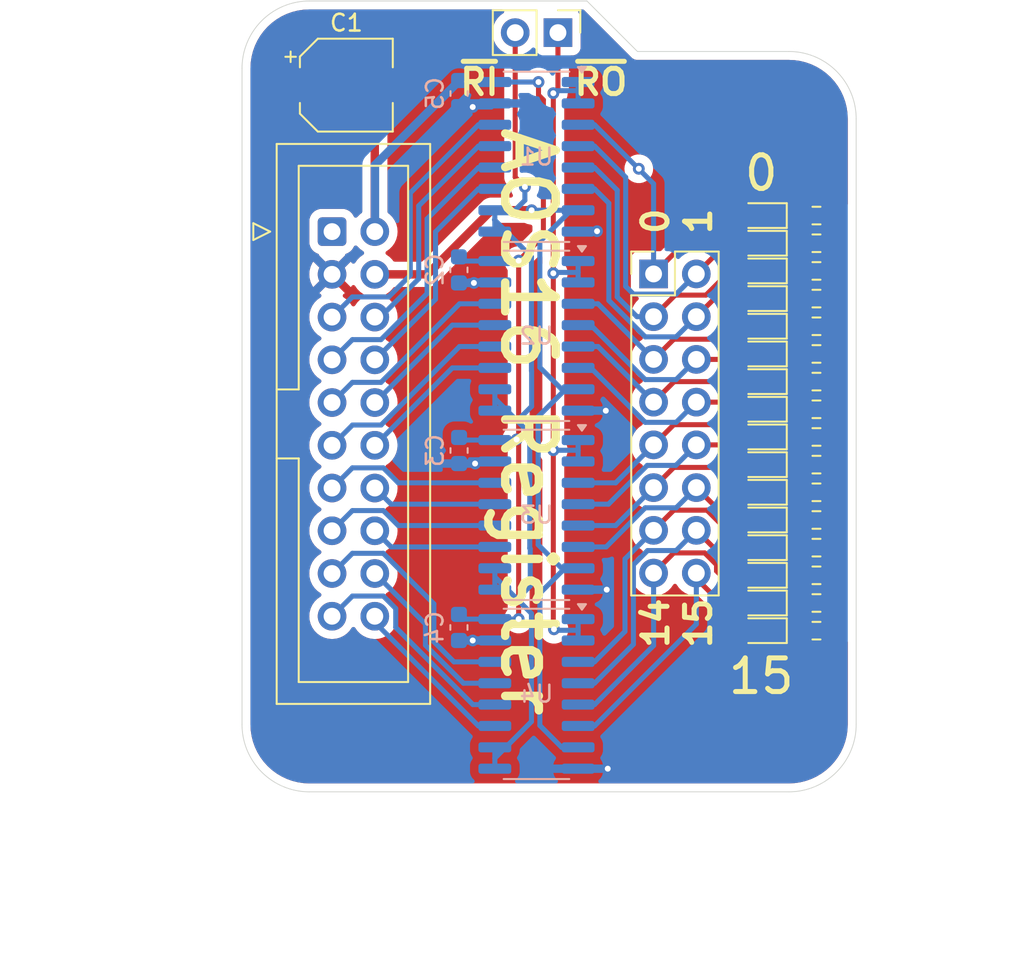
<source format=kicad_pcb>
(kicad_pcb (version 20240108) (generator "pcbnew") (generator_version "8.0")
  (layers (0 "F.Cu" signal) (31 "B.Cu" signal) (34 "B.Paste" user) (35 "F.Paste" user) (36 "B.SilkS" user "B.Silkscreen") (37 "F.SilkS" user "F.Silkscreen") (38 "B.Mask" user) (39 "F.Mask" user) (44 "Edge.Cuts" user))
  (net 0 "")
  (net 1 "GND")
  (net 2 "VCC")
  (net 3 "Net-(D1-K)")
  (net 4 "/DOUT0")
  (net 5 "/DOUT1")
  (net 6 "Net-(D2-K)")
  (net 7 "/DOUT2")
  (net 8 "Net-(D3-K)")
  (net 9 "/DOUT3")
  (net 10 "Net-(D4-K)")
  (net 11 "Net-(D5-K)")
  (net 12 "/DOUT4")
  (net 13 "Net-(D6-K)")
  (net 14 "/DOUT5")
  (net 15 "Net-(D7-K)")
  (net 16 "/DOUT6")
  (net 17 "Net-(D8-K)")
  (net 18 "/DOUT7")
  (net 19 "/DOUT8")
  (net 20 "Net-(D9-K)")
  (net 21 "Net-(D10-K)")
  (net 22 "/DOUT9")
  (net 23 "/DOUT10")
  (net 24 "Net-(D11-K)")
  (net 25 "/DOUT11")
  (net 26 "Net-(D12-K)")
  (net 27 "/DOUT12")
  (net 28 "Net-(D13-K)")
  (net 29 "Net-(D14-K)")
  (net 30 "/DOUT13")
  (net 31 "/DOUT14")
  (net 32 "Net-(D15-K)")
  (net 33 "Net-(D16-K)")
  (net 34 "/DOUT15")
  (net 35 "/bus_connector/3v3")
  (net 36 "/IO14")
  (net 37 "/IO9")
  (net 38 "/IO10")
  (net 39 "/IO2")
  (net 40 "/IO13")
  (net 41 "/CLK")
  (net 42 "/IO12")
  (net 43 "/IO8")
  (net 44 "/IO1")
  (net 45 "/IO7")
  (net 46 "/IO3")
  (net 47 "/IO4")
  (net 48 "/IO5")
  (net 49 "/IO6")
  (net 50 "/IO15")
  (net 51 "/IO11")
  (net 52 "/IO0")
  (net 53 "/~{OE}")
  (net 54 "/~{IE}")
  (footprint "LED_SMD:LED_0603_1608Metric" (layer "F.Cu") (at 83.39 99.62 180)
    (property "Reference" "D7" (hide yes))
    (property "Value" "LED" (hide yes))
  )
  (footprint "LED_SMD:LED_0603_1608Metric" (layer "F.Cu") (at 83.39 96.330668 180)
    (property "Reference" "D5" (hide yes))
    (property "Value" "LED" (hide yes))
  )
  (footprint "Resistor_SMD:R_0603_1608Metric" (layer "F.Cu") (at 86.64 107.84333)
    (property "Reference" "R12" (hide yes))
    (property "Value" "R_Small" (hide yes))
  )
  (footprint "Resistor_SMD:R_0603_1608Metric" (layer "F.Cu") (at 86.64 111.132662)
    (property "Reference" "R14" (hide yes))
    (property "Value" "R_Small" (hide yes))
  )
  (footprint "LED_SMD:LED_0603_1608Metric" (layer "F.Cu") (at 83.39 102.909332 180)
    (property "Reference" "D9" (hide yes))
    (property "Value" "LED" (hide yes))
  )
  (footprint "LED_SMD:LED_0603_1608Metric" (layer "F.Cu") (at 83.39 112.777328 180)
    (property "Reference" "D15" (hide yes))
    (property "Value" "LED" (hide yes))
  )
  (footprint "Connector_PinHeader_2.54mm:PinHeader_2x08_P2.54mm_Vertical" (layer "F.Cu") (at 76.96 93.22)
    (property "Reference" "J3" (hide yes))
    (property "Value" "Conn_02x08_Top_Bottom" (hide yes))
  )
  (footprint "Capacitor_SMD:CP_Elec_5x5.3" (layer "F.Cu") (at 58.7 82)
    (property "Reference" "C1")
    (property "Value" "100uF" (hide yes))
  )
  (footprint "LED_SMD:LED_0603_1608Metric" (layer "F.Cu") (at 83.39 89.752004 180)
    (property "Reference" "D1" (hide yes))
    (property "Value" "LED" (hide yes))
  )
  (footprint "Resistor_SMD:R_0603_1608Metric" (layer "F.Cu") (at 86.64 93.041336)
    (property "Reference" "R3" (hide yes))
    (property "Value" "R_Small" (hide yes))
  )
  (footprint "LED_SMD:LED_0603_1608Metric" (layer "F.Cu") (at 83.39 109.487996 180)
    (property "Reference" "D13" (hide yes))
    (property "Value" "LED" (hide yes))
  )
  (footprint "LED_SMD:LED_0603_1608Metric" (layer "F.Cu") (at 83.39 106.198664 180)
    (property "Reference" "D11" (hide yes))
    (property "Value" "LED" (hide yes))
  )
  (footprint "LED_SMD:LED_0603_1608Metric" (layer "F.Cu") (at 83.39 93.041336 180)
    (property "Reference" "D3" (hide yes))
    (property "Value" "LED" (hide yes))
  )
  (footprint "Resistor_SMD:R_0603_1608Metric" (layer "F.Cu") (at 86.64 101.264666)
    (property "Reference" "R8" (hide yes))
    (property "Value" "R_Small" (hide yes))
  )
  (footprint "LED_SMD:LED_0603_1608Metric" (layer "F.Cu") (at 83.39 94.686002 180)
    (property "Reference" "D4" (hide yes))
    (property "Value" "LED" (hide yes))
  )
  (footprint "Resistor_SMD:R_0603_1608Metric" (layer "F.Cu") (at 86.64 96.330668)
    (property "Reference" "R5" (hide yes))
    (property "Value" "R_Small" (hide yes))
  )
  (footprint "LED_SMD:LED_0603_1608Metric" (layer "F.Cu") (at 83.39 114.422004 180)
    (property "Reference" "D16" (hide yes))
    (property "Value" "LED" (hide yes))
  )
  (footprint "Resistor_SMD:R_0603_1608Metric" (layer "F.Cu") (at 86.64 109.487996)
    (property "Reference" "R13" (hide yes))
    (property "Value" "R_Small" (hide yes))
  )
  (footprint "Resistor_SMD:R_0603_1608Metric" (layer "F.Cu") (at 86.64 97.975334)
    (property "Reference" "R6" (hide yes))
    (property "Value" "R_Small" (hide yes))
  )
  (footprint "Resistor_SMD:R_0603_1608Metric" (layer "F.Cu") (at 86.64 112.777328)
    (property "Reference" "R15" (hide yes))
    (property "Value" "R_Small" (hide yes))
  )
  (footprint "LED_SMD:LED_0603_1608Metric" (layer "F.Cu") (at 83.39 101.264666 180)
    (property "Reference" "D8" (hide yes))
    (property "Value" "LED" (hide yes))
  )
  (footprint "Resistor_SMD:R_0603_1608Metric" (layer "F.Cu") (at 86.64 102.909332)
    (property "Reference" "R9" (hide yes))
    (property "Value" "R_Small" (hide yes))
  )
  (footprint "LED_SMD:LED_0603_1608Metric" (layer "F.Cu") (at 83.39 111.132662 180)
    (property "Reference" "D14" (hide yes))
    (property "Value" "LED" (hide yes))
  )
  (footprint "Resistor_SMD:R_0603_1608Metric" (layer "F.Cu") (at 86.64 91.39667)
    (property "Reference" "R2" (hide yes))
    (property "Value" "R_Small" (hide yes))
  )
  (footprint "Connector_IDC:IDC-Header_2x10_P2.54mm_Vertical" (layer "F.Cu") (at 57.85 90.705)
    (property "Reference" "J2" (hide yes))
    (property "Value" "Conn_02x10_Odd_Even" (hide yes))
  )
  (footprint "LED_SMD:LED_0603_1608Metric" (layer "F.Cu") (at 83.39 107.84333 180)
    (property "Reference" "D12" (hide yes))
    (property "Value" "LED" (hide yes))
  )
  (footprint "Resistor_SMD:R_0603_1608Metric" (layer "F.Cu") (at 86.64 94.686002)
    (property "Reference" "R4" (hide yes))
    (property "Value" "R_Small" (hide yes))
  )
  (footprint "Resistor_SMD:R_0603_1608Metric" (layer "F.Cu") (at 86.64 99.62)
    (property "Reference" "R7" (hide yes))
    (property "Value" "R_Small" (hide yes))
  )
  (footprint "LED_SMD:LED_0603_1608Metric" (layer "F.Cu") (at 83.39 104.553998 180)
    (property "Reference" "D10" (hide yes))
    (property "Value" "LED" (hide yes))
  )
  (footprint "Resistor_SMD:R_0603_1608Metric" (layer "F.Cu") (at 86.64 104.553998)
    (property "Reference" "R10" (hide yes))
    (property "Value" "R_Small" (hide yes))
  )
  (footprint "Resistor_SMD:R_0603_1608Metric" (layer "F.Cu") (at 86.64 89.752004)
    (property "Reference" "R1" (hide yes))
    (property "Value" "R_Small" (hide yes))
  )
  (footprint "Resistor_SMD:R_0603_1608Metric" (layer "F.Cu") (at 86.64 114.422004)
    (property "Reference" "R16" (hide yes))
    (property "Value" "R_Small" (hide yes))
  )
  (footprint "LED_SMD:LED_0603_1608Metric" (layer "F.Cu") (at 83.39 97.975334 180)
    (property "Reference" "D6" (hide yes))
    (property "Value" "LED" (hide yes))
  )
  (footprint "Resistor_SMD:R_0603_1608Metric" (layer "F.Cu") (at 86.64 106.198664)
    (property "Reference" "R11" (hide yes))
    (property "Value" "R_Small" (hide yes))
  )
  (footprint "LED_SMD:LED_0603_1608Metric" (layer "F.Cu") (at 83.39 91.39667 180)
    (property "Reference" "D2" (hide yes))
    (property "Value" "LED" (hide yes))
  )
  (footprint "Connector_PinHeader_2.54mm:PinHeader_1x02_P2.54mm_Vertical" (layer "F.Cu") (at 71.275 78.88 -90)
    (property "Reference" "J1" (hide yes))
    (property "Value" "Conn_01x02_Pin" (hide yes))
  )
  (footprint "Package_SO:SOIC-16_3.9x9.9mm_P1.27mm" (layer "B.Cu") (at 70 86.26 180)
    (property "Reference" "U1")
    (property "Value" "74HC173" (hide yes))
  )
  (footprint "Capacitor_SMD:C_0603_1608Metric" (layer "B.Cu") (at 65.4 82.5 -90)
    (property "Reference" "C5")
    (property "Value" "0.1uF" (hide yes))
  )
  (footprint "Capacitor_SMD:C_0603_1608Metric" (layer "B.Cu") (at 65.4 103.715 -90)
    (property "Reference" "C3")
    (property "Value" "0.1uF" (hide yes))
  )
  (footprint "Package_SO:SOIC-16_3.9x9.9mm_P1.27mm" (layer "B.Cu") (at 70 107.54 180)
    (property "Reference" "U3")
    (property "Value" "74HC173" (hide yes))
  )
  (footprint "Package_SO:SOIC-16_3.9x9.9mm_P1.27mm" (layer "B.Cu") (at 70 96.9 180)
    (property "Reference" "U2")
    (property "Value" "74HC173" (hide yes))
  )
  (footprint "Package_SO:SOIC-16_3.9x9.9mm_P1.27mm" (layer "B.Cu") (at 70 118.18 180)
    (property "Reference" "U4")
    (property "Value" "74HC173" (hide yes))
  )
  (footprint "Capacitor_SMD:C_0603_1608Metric" (layer "B.Cu") (at 65.39 92.98 -90)
    (property "Reference" "C2")
    (property "Value" "0.1uF" (hide yes))
  )
  (footprint "Capacitor_SMD:C_0603_1608Metric" (layer "B.Cu") (at 65.39 114.23 -90)
    (property "Reference" "C4")
    (property "Value" "0.1uF" (hide yes))
  )
  (gr_line (start 89 84) (end 89 120) (stroke (width 0.05)) (layer "Edge.Cuts"))
  (gr_line (start 52.5 120) (end 52.5 81) (stroke (width 0.05)) (layer "Edge.Cuts"))
  (gr_arc (start 89 120) (mid 87.828427 122.828427) (end 85 124) (stroke (width 0.05)) (layer "Edge.Cuts"))
  (gr_arc (start 56.5 124) (mid 53.671573 122.828427) (end 52.5 120) (stroke (width 0.05)) (layer "Edge.Cuts"))
  (gr_line (start 85 124) (end 56.5 124) (stroke (width 0.05)) (layer "Edge.Cuts"))
  (gr_line (start 76 80) (end 85 80) (stroke (width 0.05)) (layer "Edge.Cuts"))
  (gr_line (start 73 77) (end 76 80) (stroke (width 0.05)) (layer "Edge.Cuts"))
  (gr_arc (start 52.5 81) (mid 53.671573 78.171573) (end 56.5 77) (stroke (width 0.05)) (layer "Edge.Cuts"))
  (gr_line (start 56.5 77) (end 73 77) (stroke (width 0.05)) (layer "Edge.Cuts"))
  (gr_arc (start 85 80) (mid 87.828427 81.171573) (end 89 84) (stroke (width 0.05)) (layer "Edge.Cuts"))
  (gr_text "AOS16 Register" (at 67.7475 84.256428 -90) (layer "F.SilkS") (effects (font (size 3 3) (thickness 0.5) (bold yes)) (justify left bottom)))
  (gr_text "14" (at 77.956 115.6 90) (layer "F.SilkS") (effects (font (size 1.5 1.5) (thickness 0.3) (bold yes)) (justify left bottom)))
  (gr_text "0" (at 77.956 91 90) (layer "F.SilkS") (effects (font (size 1.5 1.5) (thickness 0.3) (bold yes)) (justify left bottom)))
  (gr_text "~{RO}" (at 72.1 82.7 0) (layer "F.SilkS") (effects (font (size 1.5 1.5) (thickness 0.3) (bold yes)) (justify left bottom)))
  (gr_text "15\n" (at 80.496 115.6 90) (layer "F.SilkS") (effects (font (size 1.5 1.5) (thickness 0.3) (bold yes)) (justify left bottom)))
  (gr_text "0" (at 82.207619 88.4 0) (layer "F.SilkS") (effects (font (size 2 2) (thickness 0.3)) (justify left bottom)))
  (gr_text "1" (at 80.496 91 90) (layer "F.SilkS") (effects (font (size 1.5 1.5) (thickness 0.3) (bold yes)) (justify left bottom)))
  (gr_text "15" (at 81.255238 118.3 0) (layer "F.SilkS") (effects (font (size 2 2) (thickness 0.3)) (justify left bottom)))
  (gr_text "~{RI}" (at 65.3 82.7 0) (layer "F.SilkS") (effects (font (size 1.5 1.5) (thickness 0.3) (bold yes)) (justify left bottom)))
  (via (at 66.21 83.3) (size 0.7) (drill 0.35) (layers "F.Cu" "B.Cu") (net 1))
  (via (at 66.28 93.755) (size 0.7) (drill 0.35) (layers "F.Cu" "B.Cu") (net 1))
  (via (at 74.175 111.985) (size 0.7) (drill 0.35) (layers "F.Cu" "B.Cu") (net 1))
  (via (at 74.12 101.35) (size 0.7) (drill 0.35) (layers "F.Cu" "B.Cu") (net 1))
  (via (at 73.6 90.68) (size 0.7) (drill 0.35) (layers "F.Cu" "B.Cu") (net 1))
  (via (at 66.35 104.49) (size 0.7) (drill 0.35) (layers "F.Cu" "B.Cu") (net 1))
  (via (at 66.21 115.005) (size 0.7) (drill 0.35) (layers "F.Cu" "B.Cu") (net 1))
  (via (at 74.235 122.625) (size 0.7) (drill 0.35) (layers "F.Cu" "B.Cu") (net 1))
  (segment (start 65.39 93.755) (end 66.28 93.755) (width 0.3) (layer "B.Cu") (net 1))
  (segment (start 74.235 122.625) (end 74.24 122.63) (width 0.3) (layer "B.Cu") (net 1))
  (segment (start 67.4 104.49) (end 67.525 104.365) (width 0.3) (layer "B.Cu") (net 1))
  (segment (start 67.495 93.755) (end 67.525 93.725) (width 0.3) (layer "B.Cu") (net 1))
  (segment (start 65.4 104.49) (end 66.35 104.49) (width 0.3) (layer "B.Cu") (net 1))
  (segment (start 65.4 83.3) (end 66.21 83.3) (width 0.3) (layer "B.Cu") (net 1))
  (segment (start 67.31 83.3) (end 67.525 83.085) (width 0.3) (layer "B.Cu") (net 1))
  (segment (start 74.115 101.345) (end 74.12 101.35) (width 0.3) (layer "B.Cu") (net 1))
  (segment (start 73.6 90.68) (end 73.575 90.705) (width 0.3) (layer "B.Cu") (net 1))
  (segment (start 74.175 111.985) (end 74.19 111.97) (width 0.3) (layer "B.Cu") (net 1))
  (segment (start 73.575 90.705) (end 72.475 90.705) (width 0.3) (layer "B.Cu") (net 1))
  (segment (start 72.475 111.985) (end 74.175 111.985) (width 0.3) (layer "B.Cu") (net 1))
  (segment (start 66.21 115.005) (end 67.525 115.005) (width 0.3) (layer "B.Cu") (net 1))
  (segment (start 65.39 115.005) (end 66.21 115.005) (width 0.3) (layer "B.Cu") (net 1))
  (segment (start 66.21 83.3) (end 67.31 83.3) (width 0.3) (layer "B.Cu") (net 1))
  (segment (start 72.475 122.625) (end 74.235 122.625) (width 0.3) (layer "B.Cu") (net 1))
  (segment (start 66.28 93.755) (end 67.495 93.755) (width 0.3) (layer "B.Cu") (net 1))
  (segment (start 66.35 104.49) (end 67.4 104.49) (width 0.3) (layer "B.Cu") (net 1))
  (segment (start 72.475 101.345) (end 74.115 101.345) (width 0.3) (layer "B.Cu") (net 1))
  (segment (start 68.940025 92.429975) (end 68.940025 113.729975) (width 0.3) (layer "F.Cu") (net 2))
  (segment (start 70.12 81.815) (end 70.12 82.58995) (width 0.3) (layer "F.Cu") (net 2))
  (segment (start 60.39 82.51) (end 60.9 82) (width 0.5) (layer "F.Cu") (net 2))
  (segment (start 70.41 82.87995) (end 70.41 90.96) (width 0.3) (layer "F.Cu") (net 2))
  (segment (start 70.12 82.58995) (end 70.41 82.87995) (width 0.3) (layer "F.Cu") (net 2))
  (segment (start 70.41 90.96) (end 68.940025 92.429975) (width 0.3) (layer "F.Cu") (net 2))
  (segment (start 60.39 90.705) (end 60.39 82.51) (width 0.5) (layer "F.Cu") (net 2))
  (segment (start 68.940025 113.729975) (end 68.94 113.73) (width 0.3) (layer "F.Cu") (net 2))
  (via (at 68.94 113.73) (size 0.7) (drill 0.35) (layers "F.Cu" "B.Cu") (net 2))
  (via (at 68.82 103.06) (size 0.7) (drill 0.35) (layers "F.Cu" "B.Cu") (net 2))
  (via (at 68.940025 92.429975) (size 0.7) (drill 0.35) (layers "F.Cu" "B.Cu") (net 2))
  (via (at 70.12 81.815) (size 0.7) (drill 0.35) (layers "F.Cu" "B.Cu") (net 2))
  (segment (start 65.555 103.095) (end 65.4 102.94) (width 0.3) (layer "B.Cu") (net 2))
  (segment (start 70.12 81.815) (end 67.525 81.815) (width 0.3) (layer "B.Cu") (net 2))
  (segment (start 60.4 90.705) (end 60.4 86.75) (width 0.5) (layer "B.Cu") (net 2))
  (segment (start 68.915 92.455) (end 67.525 92.455) (width 0.3) (layer "B.Cu") (net 2))
  (segment (start 67.525 113.735) (end 68.935 113.735) (width 0.3) (layer "B.Cu") (net 2))
  (segment (start 68.785 103.095) (end 68.82 103.06) (width 0.3) (layer "B.Cu") (net 2))
  (segment (start 65.67 113.735) (end 65.39 113.455) (width 0.3) (layer "B.Cu") (net 2))
  (segment (start 67.525 103.095) (end 65.555 103.095) (width 0.3) (layer "B.Cu") (net 2))
  (segment (start 65.64 92.455) (end 65.39 92.205) (width 0.3) (layer "B.Cu") (net 2))
  (segment (start 67.525 81.815) (end 65.465 81.815) (width 0.3) (layer "B.Cu") (net 2))
  (segment (start 68.940025 92.429975) (end 68.915 92.455) (width 0.3) (layer "B.Cu") (net 2))
  (segment (start 65.465 81.815) (end 65.4 81.75) (width 0.3) (layer "B.Cu") (net 2))
  (segment (start 60.4 86.75) (end 65.4 81.75) (width 0.5) (layer "B.Cu") (net 2))
  (segment (start 67.525 113.735) (end 65.67 113.735) (width 0.3) (layer "B.Cu") (net 2))
  (segment (start 67.525 103.095) (end 68.785 103.095) (width 0.3) (layer "B.Cu") (net 2))
  (segment (start 68.935 113.735) (end 68.94 113.73) (width 0.3) (layer "B.Cu") (net 2))
  (segment (start 67.525 92.455) (end 65.64 92.455) (width 0.3) (layer "B.Cu") (net 2))
  (segment (start 84.1775 89.752004) (end 85.815 89.752004) (width 0.3) (layer "F.Cu") (net 3))
  (segment (start 76.96 93.22) (end 80.427996 89.752004) (width 0.3) (layer "F.Cu") (net 4))
  (segment (start 80.427996 89.752004) (end 82.6025 89.752004) (width 0.3) (layer "F.Cu") (net 4))
  (via (at 76.08 86.97) (size 0.7) (drill 0.35) (layers "F.Cu" "B.Cu") (net 4))
  (segment (start 72.475 84.355) (end 73.449999 84.355) (width 0.3) (layer "B.Cu") (net 4))
  (segment (start 76.08 86.985001) (end 76.96 87.865001) (width 0.3) (layer "B.Cu") (net 4))
  (segment (start 76.08 86.97) (end 76.08 86.985001) (width 0.3) (layer "B.Cu") (net 4))
  (segment (start 73.449999 84.355) (end 76.064999 86.97) (width 0.3) (layer "B.Cu") (net 4))
  (segment (start 76.064999 86.97) (end 76.08 86.97) (width 0.3) (layer "B.Cu") (net 4))
  (segment (start 76.96 87.865001) (end 76.96 93.22) (width 0.3) (layer "B.Cu") (net 4))
  (segment (start 79.5 93.22) (end 81.32333 91.39667) (width 0.3) (layer "F.Cu") (net 5))
  (segment (start 81.32333 91.39667) (end 82.6025 91.39667) (width 0.3) (layer "F.Cu") (net 5))
  (segment (start 75.3 87.475001) (end 75.3 93.96) (width 0.3) (layer "B.Cu") (net 5))
  (segment (start 75.3 93.96) (end 75.76 94.42) (width 0.3) (layer "B.Cu") (net 5))
  (segment (start 75.76 94.42) (end 78.3 94.42) (width 0.3) (layer "B.Cu") (net 5))
  (segment (start 72.475 85.625) (end 73.449999 85.625) (width 0.3) (layer "B.Cu") (net 5))
  (segment (start 73.449999 85.625) (end 75.3 87.475001) (width 0.3) (layer "B.Cu") (net 5))
  (segment (start 78.3 94.42) (end 79.5 93.22) (width 0.3) (layer "B.Cu") (net 5))
  (segment (start 84.1775 91.39667) (end 85.815 91.39667) (width 0.3) (layer "F.Cu") (net 6))
  (segment (start 78.241105 94.478895) (end 80.073998 94.478895) (width 0.3) (layer "F.Cu") (net 7))
  (segment (start 76.96 95.76) (end 78.241105 94.478895) (width 0.3) (layer "F.Cu") (net 7))
  (segment (start 80.073998 94.478895) (end 81.511557 93.041336) (width 0.3) (layer "F.Cu") (net 7))
  (segment (start 81.511557 93.041336) (end 82.6025 93.041336) (width 0.3) (layer "F.Cu") (net 7))
  (segment (start 72.475 86.895) (end 73.449999 86.895) (width 0.3) (layer "B.Cu") (net 7))
  (segment (start 74.8 88.245001) (end 74.8 94.589951) (width 0.3) (layer "B.Cu") (net 7))
  (segment (start 75.970049 95.76) (end 76.96 95.76) (width 0.3) (layer "B.Cu") (net 7))
  (segment (start 73.449999 86.895) (end 74.8 88.245001) (width 0.3) (layer "B.Cu") (net 7))
  (segment (start 74.8 94.589951) (end 75.970049 95.76) (width 0.3) (layer "B.Cu") (net 7))
  (segment (start 84.1775 93.041336) (end 85.815 93.041336) (width 0.3) (layer "F.Cu") (net 8))
  (segment (start 79.5 95.76) (end 80.573998 94.686002) (width 0.3) (layer "F.Cu") (net 9))
  (segment (start 80.573998 94.686002) (end 82.6025 94.686002) (width 0.3) (layer "F.Cu") (net 9))
  (segment (start 73.449999 88.165) (end 74.3 89.015001) (width 0.3) (layer "B.Cu") (net 9))
  (segment (start 72.475 88.165) (end 73.449999 88.165) (width 0.3) (layer "B.Cu") (net 9))
  (segment (start 78.3 96.96) (end 79.5 95.76) (width 0.3) (layer "B.Cu") (net 9))
  (segment (start 74.3 94.797057) (end 76.462943 96.96) (width 0.3) (layer "B.Cu") (net 9))
  (segment (start 76.462943 96.96) (end 78.3 96.96) (width 0.3) (layer "B.Cu") (net 9))
  (segment (start 74.3 89.015001) (end 74.3 94.797057) (width 0.3) (layer "B.Cu") (net 9))
  (segment (start 84.1775 94.686002) (end 85.815 94.686002) (width 0.3) (layer "F.Cu") (net 10))
  (segment (start 84.1775 96.330668) (end 85.815 96.330668) (width 0.3) (layer "F.Cu") (net 11))
  (segment (start 76.96 98.3) (end 78.16 97.1) (width 0.3) (layer "F.Cu") (net 12))
  (segment (start 78.16 97.1) (end 81.833168 97.1) (width 0.3) (layer "F.Cu") (net 12))
  (segment (start 81.833168 97.1) (end 82.6025 96.330668) (width 0.3) (layer "F.Cu") (net 12))
  (segment (start 73.655 94.995) (end 76.96 98.3) (width 0.3) (layer "B.Cu") (net 12))
  (segment (start 72.475 94.995) (end 73.655 94.995) (width 0.3) (layer "B.Cu") (net 12))
  (segment (start 84.1775 97.975334) (end 85.815 97.975334) (width 0.3) (layer "F.Cu") (net 13))
  (segment (start 82.277834 98.3) (end 82.6025 97.975334) (width 0.3) (layer "F.Cu") (net 14))
  (segment (start 79.5 98.3) (end 82.277834 98.3) (width 0.3) (layer "F.Cu") (net 14))
  (segment (start 72.475 96.265) (end 73.227943 96.265) (width 0.3) (layer "B.Cu") (net 14))
  (segment (start 78.3 99.5) (end 79.5 98.3) (width 0.3) (layer "B.Cu") (net 14))
  (segment (start 73.227943 96.265) (end 76.462943 99.5) (width 0.3) (layer "B.Cu") (net 14))
  (segment (start 76.462943 99.5) (end 78.3 99.5) (width 0.3) (layer "B.Cu") (net 14))
  (segment (start 84.1775 99.62) (end 85.815 99.62) (width 0.3) (layer "F.Cu") (net 15))
  (segment (start 78.18 99.62) (end 82.6025 99.62) (width 0.3) (layer "F.Cu") (net 16))
  (segment (start 76.96 100.84) (end 78.18 99.62) (width 0.3) (layer "F.Cu") (net 16))
  (segment (start 72.475 97.535) (end 73.655 97.535) (width 0.3) (layer "B.Cu") (net 16))
  (segment (start 73.655 97.535) (end 76.96 100.84) (width 0.3) (layer "B.Cu") (net 16))
  (segment (start 84.1775 101.264666) (end 85.815 101.264666) (width 0.3) (layer "F.Cu") (net 17))
  (segment (start 82.177834 100.84) (end 82.6025 101.264666) (width 0.3) (layer "F.Cu") (net 18))
  (segment (start 79.5 100.84) (end 82.177834 100.84) (width 0.3) (layer "F.Cu") (net 18))
  (segment (start 73.227943 98.805) (end 76.462943 102.04) (width 0.3) (layer "B.Cu") (net 18))
  (segment (start 72.475 98.805) (end 73.227943 98.805) (width 0.3) (layer "B.Cu") (net 18))
  (segment (start 76.462943 102.04) (end 78.3 102.04) (width 0.3) (layer "B.Cu") (net 18))
  (segment (start 78.3 102.04) (end 79.5 100.84) (width 0.3) (layer "B.Cu") (net 18))
  (segment (start 81.873168 102.18) (end 82.6025 102.909332) (width 0.3) (layer "F.Cu") (net 19))
  (segment (start 76.96 103.38) (end 78.16 102.18) (width 0.3) (layer "F.Cu") (net 19))
  (segment (start 78.16 102.18) (end 81.873168 102.18) (width 0.3) (layer "F.Cu") (net 19))
  (segment (start 72.475 105.635) (end 74.705 105.635) (width 0.3) (layer "B.Cu") (net 19))
  (segment (start 74.705 105.635) (end 76.96 103.38) (width 0.3) (layer "B.Cu") (net 19))
  (segment (start 84.1775 102.909332) (end 85.815 102.909332) (width 0.3) (layer "F.Cu") (net 20))
  (segment (start 84.1775 104.553998) (end 85.815 104.553998) (width 0.3) (layer "F.Cu") (net 21))
  (segment (start 81.428502 103.38) (end 82.6025 104.553998) (width 0.3) (layer "F.Cu") (net 22))
  (segment (start 79.5 103.38) (end 81.428502 103.38) (width 0.3) (layer "F.Cu") (net 22))
  (segment (start 78.28 104.6) (end 79.5 103.38) (width 0.3) (layer "B.Cu") (net 22))
  (segment (start 74.277943 106.905) (end 76.582943 104.6) (width 0.3) (layer "B.Cu") (net 22))
  (segment (start 72.475 106.905) (end 74.277943 106.905) (width 0.3) (layer "B.Cu") (net 22))
  (segment (start 76.582943 104.6) (end 78.28 104.6) (width 0.3) (layer "B.Cu") (net 22))
  (segment (start 78.16 104.72) (end 81.123836 104.72) (width 0.3) (layer "F.Cu") (net 23))
  (segment (start 81.123836 104.72) (end 82.6025 106.198664) (width 0.3) (layer "F.Cu") (net 23))
  (segment (start 76.96 105.92) (end 78.16 104.72) (width 0.3) (layer "F.Cu") (net 23))
  (segment (start 74.700837 108.175) (end 76.955837 105.92) (width 0.3) (layer "B.Cu") (net 23))
  (segment (start 76.955837 105.92) (end 76.96 105.92) (width 0.3) (layer "B.Cu") (net 23))
  (segment (start 72.475 108.175) (end 74.700837 108.175) (width 0.3) (layer "B.Cu") (net 23))
  (segment (start 84.1775 106.198664) (end 85.815 106.198664) (width 0.3) (layer "F.Cu") (net 24))
  (segment (start 79.5 105.92) (end 81.42333 107.84333) (width 0.3) (layer "F.Cu") (net 25))
  (segment (start 81.42333 107.84333) (end 82.6025 107.84333) (width 0.3) (layer "F.Cu") (net 25))
  (segment (start 74.137943 109.445) (end 76.462943 107.12) (width 0.3) (layer "B.Cu") (net 25))
  (segment (start 72.475 109.445) (end 74.137943 109.445) (width 0.3) (layer "B.Cu") (net 25))
  (segment (start 76.462943 107.12) (end 78.3 107.12) (width 0.3) (layer "B.Cu") (net 25))
  (segment (start 78.3 107.12) (end 79.5 105.92) (width 0.3) (layer "B.Cu") (net 25))
  (segment (start 84.1775 107.84333) (end 85.815 107.84333) (width 0.3) (layer "F.Cu") (net 26))
  (segment (start 82.360889 109.487996) (end 82.6025 109.487996) (width 0.3) (layer "F.Cu") (net 27))
  (segment (start 78.16 107.26) (end 80.132893 107.26) (width 0.3) (layer "F.Cu") (net 27))
  (segment (start 76.96 108.46) (end 78.16 107.26) (width 0.3) (layer "F.Cu") (net 27))
  (segment (start 80.132893 107.26) (end 82.360889 109.487996) (width 0.3) (layer "F.Cu") (net 27))
  (segment (start 75.26 114.464999) (end 75.26 110.16) (width 0.3) (layer "B.Cu") (net 27))
  (segment (start 72.475 116.275) (end 73.449999 116.275) (width 0.3) (layer "B.Cu") (net 27))
  (segment (start 75.26 110.16) (end 76.96 108.46) (width 0.3) (layer "B.Cu") (net 27))
  (segment (start 73.449999 116.275) (end 75.26 114.464999) (width 0.3) (layer "B.Cu") (net 27))
  (segment (start 85.815 109.487996) (end 84.1775 109.487996) (width 0.3) (layer "F.Cu") (net 28))
  (segment (start 84.1775 111.132662) (end 85.815 111.132662) (width 0.3) (layer "F.Cu") (net 29))
  (segment (start 79.5 108.46) (end 82.172662 111.132662) (width 0.3) (layer "F.Cu") (net 30))
  (segment (start 82.172662 111.132662) (end 82.6025 111.132662) (width 0.3) (layer "F.Cu") (net 30))
  (segment (start 72.475 117.545) (end 73.449999 117.545) (width 0.3) (layer "B.Cu") (net 30))
  (segment (start 75.76 110.502943) (end 76.602943 109.66) (width 0.3) (layer "B.Cu") (net 30))
  (segment (start 76.602943 109.66) (end 78.3 109.66) (width 0.3) (layer "B.Cu") (net 30))
  (segment (start 73.449999 117.545) (end 75.76 115.234999) (width 0.3) (layer "B.Cu") (net 30))
  (segment (start 75.76 115.234999) (end 75.76 110.502943) (width 0.3) (layer "B.Cu") (net 30))
  (segment (start 78.3 109.66) (end 79.5 108.46) (width 0.3) (layer "B.Cu") (net 30))
  (segment (start 78.16 109.8) (end 79.997057 109.8) (width 0.3) (layer "F.Cu") (net 31))
  (segment (start 76.96 111) (end 78.16 109.8) (width 0.3) (layer "F.Cu") (net 31))
  (segment (start 80.7 110.874828) (end 82.6025 112.777328) (width 0.3) (layer "F.Cu") (net 31))
  (segment (start 80.7 110.502943) (end 80.7 110.874828) (width 0.3) (layer "F.Cu") (net 31))
  (segment (start 79.997057 109.8) (end 80.7 110.502943) (width 0.3) (layer "F.Cu") (net 31))
  (segment (start 76.96 115.304999) (end 76.96 111) (width 0.3) (layer "B.Cu") (net 31))
  (segment (start 73.449999 118.815) (end 76.96 115.304999) (width 0.3) (layer "B.Cu") (net 31))
  (segment (start 72.475 118.815) (end 73.449999 118.815) (width 0.3) (layer "B.Cu") (net 31))
  (segment (start 84.1775 112.777328) (end 85.815 112.777328) (width 0.3) (layer "F.Cu") (net 32))
  (segment (start 84.1775 114.422004) (end 85.815 114.422004) (width 0.3) (layer "F.Cu") (net 33))
  (segment (start 82.602004 114.422004) (end 82.6025 114.422004) (width 0.3) (layer "F.Cu") (net 34))
  (segment (start 79.5 111.32) (end 82.602004 114.422004) (width 0.3) (layer "F.Cu") (net 34))
  (segment (start 79.5 111) (end 79.5 111.32) (width 0.3) (layer "F.Cu") (net 34))
  (segment (start 73.449999 120.085) (end 79.5 114.034999) (width 0.3) (layer "B.Cu") (net 34))
  (segment (start 72.475 120.085) (end 73.449999 120.085) (width 0.3) (layer "B.Cu") (net 34))
  (segment (start 79.5 114.034999) (end 79.5 111) (width 0.3) (layer "B.Cu") (net 34))
  (segment (start 60.897057 112.365) (end 59.06 112.365) (width 0.3) (layer "B.Cu") (net 36))
  (segment (start 59.06 112.365) (end 57.86 113.565) (width 0.3) (layer "B.Cu") (net 36))
  (segment (start 61.633947 114.227567) (end 61.633947 113.10189) (width 0.3) (layer "B.Cu") (net 36))
  (segment (start 61.633947 113.10189) (end 60.897057 112.365) (width 0.3) (layer "B.Cu") (net 36))
  (segment (start 66.22138 118.815) (end 61.633947 114.227567) (width 0.3) (layer "B.Cu") (net 36))
  (segment (start 67.525 118.815) (end 66.22138 118.815) (width 0.3) (layer "B.Cu") (net 36))
  (segment (start 61.36 106.905) (end 60.4 105.945) (width 0.3) (layer "B.Cu") (net 37))
  (segment (start 67.525 106.905) (end 61.36 106.905) (width 0.3) (layer "B.Cu") (net 37))
  (segment (start 61.787057 108.175) (end 60.897057 107.285) (width 0.3) (layer "B.Cu") (net 38))
  (segment (start 60.897057 107.285) (end 59.06 107.285) (width 0.3) (layer "B.Cu") (net 38))
  (segment (start 67.525 108.175) (end 61.787057 108.175) (width 0.3) (layer "B.Cu") (net 38))
  (segment (start 59.06 107.285) (end 57.86 108.485) (width 0.3) (layer "B.Cu") (net 38))
  (segment (start 63.5 94.382057) (end 60.757057 97.125) (width 0.3) (layer "B.Cu") (net 39))
  (segment (start 66.550001 86.895) (end 63.5 89.945001) (width 0.3) (layer "B.Cu") (net 39))
  (segment (start 67.525 86.895) (end 66.550001 86.895) (width 0.3) (layer "B.Cu") (net 39))
  (segment (start 59.06 97.125) (end 57.86 98.325) (width 0.3) (layer "B.Cu") (net 39))
  (segment (start 60.757057 97.125) (end 59.06 97.125) (width 0.3) (layer "B.Cu") (net 39))
  (segment (start 63.5 89.945001) (end 63.5 94.382057) (width 0.3) (layer "B.Cu") (net 39))
  (segment (start 65.658486 117.545) (end 63.4 115.286514) (width 0.3) (layer "B.Cu") (net 40))
  (segment (start 63.4 115.286514) (end 63.4 114.025) (width 0.3) (layer "B.Cu") (net 40))
  (segment (start 67.525 117.545) (end 65.658486 117.545) (width 0.3) (layer "B.Cu") (net 40))
  (segment (start 63.4 114.025) (end 60.4 111.025) (width 0.3) (layer "B.Cu") (net 40))
  (segment (start 69.71 89.435) (end 67.325 89.435) (width 0.5) (layer "F.Cu") (net 41))
  (segment (start 63.515 93.245) (end 60.39 93.245) (width 0.5) (layer "F.Cu") (net 41))
  (segment (start 67.325 89.435) (end 63.515 93.245) (width 0.5) (layer "F.Cu") (net 41))
  (via (at 69.71 89.435) (size 0.7) (drill 0.35) (layers "F.Cu" "B.Cu") (net 41))
  (segment (start 72.475 121.355) (end 71.500001 121.355) (width 0.3) (layer "B.Cu") (net 41))
  (segment (start 72.475 110.715) (end 71.500001 110.715) (width 0.3) (layer "B.Cu") (net 41))
  (segment (start 70.2 91.293738) (end 72.058738 89.435) (width 0.3) (layer "B.Cu") (net 41))
  (segment (start 71.500001 121.355) (end 70.2 120.054999) (width 0.3) (layer "B.Cu") (net 41))
  (segment (start 70.2 120.054999) (end 70.2 112.2) (width 0.3) (layer "B.Cu") (net 41))
  (segment (start 71.500001 100.075) (end 70.2 98.774999) (width 0.3) (layer "B.Cu") (net 41))
  (segment (start 70.2 112.2) (end 71.685 110.715) (width 0.3) (layer "B.Cu") (net 41))
  (segment (start 71.725 100.075) (end 72.475 100.075) (width 0.3) (layer "B.Cu") (net 41))
  (segment (start 71.685 110.715) (end 72.475 110.715) (width 0.3) (layer "B.Cu") (net 41))
  (segment (start 69.71 89.435) (end 72.475 89.435) (width 0.3) (layer "B.Cu") (net 41))
  (segment (start 72.475 100.075) (end 71.500001 100.075) (width 0.3) (layer "B.Cu") (net 41))
  (segment (start 71.500001 110.715) (end 70.1 109.314999) (width 0.3) (layer "B.Cu") (net 41))
  (segment (start 70.1 101.7) (end 71.725 100.075) (width 0.3) (layer "B.Cu") (net 41))
  (segment (start 72.058738 89.435) (end 72.475 89.435) (width 0.3) (layer "B.Cu") (net 41))
  (segment (start 70.2 98.774999) (end 70.2 91.293738) (width 0.3) (layer "B.Cu") (net 41))
  (segment (start 70.1 109.314999) (end 70.1 101.7) (width 0.3) (layer "B.Cu") (net 41))
  (segment (start 59.06 109.825) (end 57.86 111.025) (width 0.3) (layer "B.Cu") (net 42))
  (segment (start 65.095592 116.275) (end 63.9 115.079408) (width 0.3) (layer "B.Cu") (net 42))
  (segment (start 63.9 112.827943) (end 60.897057 109.825) (width 0.3) (layer "B.Cu") (net 42))
  (segment (start 67.525 116.275) (end 65.095592 116.275) (width 0.3) (layer "B.Cu") (net 42))
  (segment (start 60.897057 109.825) (end 59.06 109.825) (width 0.3) (layer "B.Cu") (net 42))
  (segment (start 63.9 115.079408) (end 63.9 112.827943) (width 0.3) (layer "B.Cu") (net 42))
  (segment (start 67.525 105.635) (end 61.787057 105.635) (width 0.3) (layer "B.Cu") (net 43))
  (segment (start 59.06 104.745) (end 57.86 105.945) (width 0.3) (layer "B.Cu") (net 43))
  (segment (start 61.787057 105.635) (end 60.897057 104.745) (width 0.3) (layer "B.Cu") (net 43))
  (segment (start 60.897057 104.745) (end 59.06 104.745) (width 0.3) (layer "B.Cu") (net 43))
  (segment (start 63 93.507107) (end 60.722107 95.785) (width 0.3) (layer "B.Cu") (net 44))
  (segment (start 67.525 85.625) (end 66.550001 85.625) (width 0.3) (layer "B.Cu") (net 44))
  (segment (start 60.722107 95.785) (end 60.4 95.785) (width 0.3) (layer "B.Cu") (net 44))
  (segment (start 63 89.175001) (end 63 93.507107) (width 0.3) (layer "B.Cu") (net 44))
  (segment (start 66.550001 85.625) (end 63 89.175001) (width 0.3) (layer "B.Cu") (net 44))
  (segment (start 67.525 98.805) (end 65 98.805) (width 0.3) (layer "B.Cu") (net 45))
  (segment (start 65 98.805) (end 60.4 103.405) (width 0.3) (layer "B.Cu") (net 45))
  (segment (start 67.525 88.165) (end 66.550001 88.165) (width 0.3) (layer "B.Cu") (net 46))
  (segment (start 64 94.725) (end 60.4 98.325) (width 0.3) (layer "B.Cu") (net 46))
  (segment (start 66.550001 88.165) (end 64 90.715001) (width 0.3) (layer "B.Cu") (net 46))
  (segment (start 64 90.715001) (end 64 94.725) (width 0.3) (layer "B.Cu") (net 46))
  (segment (start 67.525 94.995) (end 65.427057 94.995) (width 0.3) (layer "B.Cu") (net 47))
  (segment (start 60.757057 99.665) (end 59.06 99.665) (width 0.3) (layer "B.Cu") (net 47))
  (segment (start 65.427057 94.995) (end 60.757057 99.665) (width 0.3) (layer "B.Cu") (net 47))
  (segment (start 59.06 99.665) (end 57.86 100.865) (width 0.3) (layer "B.Cu") (net 47))
  (segment (start 67.525 96.265) (end 65 96.265) (width 0.3) (layer "B.Cu") (net 48))
  (segment (start 65 96.265) (end 60.4 100.865) (width 0.3) (layer "B.Cu") (net 48))
  (segment (start 60.762057 102.2) (end 59.065 102.2) (width 0.3) (layer "B.Cu") (net 49))
  (segment (start 67.525 97.535) (end 65.427057 97.535) (width 0.3) (layer "B.Cu") (net 49))
  (segment (start 59.065 102.2) (end 57.86 103.405) (width 0.3) (layer "B.Cu") (net 49))
  (segment (start 65.427057 97.535) (end 60.762057 102.2) (width 0.3) (layer "B.Cu") (net 49))
  (segment (start 67.525 120.085) (end 66.550001 120.085) (width 0.3) (layer "B.Cu") (net 50))
  (segment (start 66.550001 120.085) (end 60.4 113.934999) (width 0.3) (layer "B.Cu") (net 50))
  (segment (start 60.4 113.934999) (end 60.4 113.565) (width 0.3) (layer "B.Cu") (net 50))
  (segment (start 61.36 109.445) (end 60.4 108.485) (width 0.3) (layer "B.Cu") (net 51))
  (segment (start 67.525 109.445) (end 61.36 109.445) (width 0.3) (layer "B.Cu") (net 51))
  (segment (start 67.525 84.355) (end 66.550001 84.355) (width 0.3) (layer "B.Cu") (net 52))
  (segment (start 62.5 88.405001) (end 62.5 93.300001) (width 0.3) (layer "B.Cu") (net 52))
  (segment (start 59.06 94.585) (end 57.86 95.785) (width 0.3) (layer "B.Cu") (net 52))
  (segment (start 66.550001 84.355) (end 62.5 88.405001) (width 0.3) (layer "B.Cu") (net 52))
  (segment (start 61.215001 94.585) (end 59.06 94.585) (width 0.3) (layer "B.Cu") (net 52))
  (segment (start 62.5 93.300001) (end 61.215001 94.585) (width 0.3) (layer "B.Cu") (net 52))
  (segment (start 71 103.7) (end 71 93.18) (width 0.3) (layer "F.Cu") (net 53))
  (segment (start 71.275 78.88) (end 71.275 82.205) (width 0.3) (layer "F.Cu") (net 53))
  (segment (start 71 114.3) (end 71 103.7) (width 0.3) (layer "F.Cu") (net 53))
  (segment (start 71.04 114.34) (end 71 114.3) (width 0.3) (layer "F.Cu") (net 53))
  (segment (start 71 93.18) (end 71 82.48) (width 0.3) (layer "F.Cu") (net 53))
  (segment (start 71.275 82.205) (end 71 82.48) (width 0.3) (layer "F.Cu") (net 53))
  (segment (start 71 93.18) (end 70.99 93.17) (width 0.3) (layer "F.Cu") (net 53))
  (via (at 71 82.48) (size 0.7) (drill 0.35) (layers "F.Cu" "B.Cu") (net 53))
  (via (at 71 103.7) (size 0.7) (drill 0.35) (layers "F.Cu" "B.Cu") (net 53))
  (via (at 71 93.18) (size 0.7) (drill 0.35) (layers "F.Cu" "B.Cu") (net 53))
  (via (at 71.04 114.34) (size 0.7) (drill 0.35) (layers "F.Cu" "B.Cu") (net 53))
  (segment (start 72.475 81.815) (end 72.475 82.33) (width 0.3) (layer "B.Cu") (net 53))
  (segment (start 72.475 82.33) (end 72.475 83.085) (width 0.3) (layer "B.Cu") (net 53))
  (segment (start 72.475 103.7) (end 71 103.7) (width 0.3) (layer "B.Cu") (net 53))
  (segment (start 72.475 115.005) (end 72.475 114.4) (width 0.3) (layer "B.Cu") (net 53))
  (segment (start 71.15 82.33) (end 71 82.48) (width 0.3) (layer "B.Cu") (net 53))
  (segment (start 71.05 93.13) (end 71 93.18) (width 0.3) (layer "B.Cu") (net 53))
  (segment (start 72.475 114.4) (end 72.475 113.735) (width 0.3) (layer "B.Cu") (net 53))
  (segment (start 72.475 103.7) (end 72.475 103.095) (width 0.3) (layer "B.Cu") (net 53))
  (segment (start 72.475 93.13) (end 72.475 93.725) (width 0.3) (layer "B.Cu") (net 53))
  (segment (start 72.475 82.33) (end 71.15 82.33) (width 0.3) (layer "B.Cu") (net 53))
  (segment (start 72.475 92.455) (end 72.475 93.13) (width 0.3) (layer "B.Cu") (net 53))
  (segment (start 71.1 114.4) (end 71.04 114.34) (width 0.3) (layer "B.Cu") (net 53))
  (segment (start 72.475 114.4) (end 71.1 114.4) (width 0.3) (layer "B.Cu") (net 53))
  (segment (start 72.475 104.365) (end 72.475 103.7) (width 0.3) (layer "B.Cu") (net 53))
  (segment (start 72.475 93.13) (end 71.05 93.13) (width 0.3) (layer "B.Cu") (net 53))
  (segment (start 68.735 78.88) (end 68.735 87.475) (width 0.3) (layer "F.Cu") (net 54))
  (segment (start 68.735 87.475) (end 69.31 88.05) (width 0.3) (layer "F.Cu") (net 54))
  (via (at 69.31 88.05) (size 0.7) (drill 0.35) (layers "F.Cu" "B.Cu") (net 54))
  (segment (start 69.71 98.992106) (end 69.7 98.982106) (width 0.3) (layer "B.Cu") (net 54))
  (segment (start 67.525 122) (end 69.7 119.825) (width 0.3) (layer "B.Cu") (net 54))
  (segment (start 69.6 109.522106) (end 69.6 102.7) (width 0.3) (layer "B.Cu") (net 54))
  (segment (start 67.525 122) (end 67.525 122.625) (width 0.3) (layer "B.Cu") (net 54))
  (segment (start 69.31 88.84505) (end 69.31 88.05) (width 0.3) (layer "B.Cu") (net 54))
  (segment (start 68.72005 89.435) (end 69.31 88.84505) (width 0.3) (layer "B.Cu") (net 54))
  (segment (start 69.7 92.2) (end 67.5 90) (width 0.3) (layer "B.Cu") (net 54))
  (segment (start 67.525 121.355) (end 67.525 122) (width 0.3) (layer "B.Cu") (net 54))
  (segment (start 69.63 109.552106) (end 69.6 109.522106) (width 0.3) (layer "B.Cu") (net 54))
  (segment (start 69.7 113.4) (end 68.85 112.55) (width 0.3) (layer "B.Cu") (net 54))
  (segment (start 68.85 101.95) (end 67.6 100.7) (width 0.3) (layer "B.Cu") (net 54))
  (segment (start 68.85 101.95) (end 69.71 101.09) (width 0.3) (layer "B.Cu") (net 54))
  (segment (start 67.525 100.075) (end 67.525 101.345) (width 0.3) (layer "B.Cu") (net 54))
  (segment (start 69.6 102.7) (end 68.85 101.95) (width 0.3) (layer "B.Cu") (net 54))
  (segment (start 67.525 110.715) (end 67.525 111.985) (width 0.3) (layer "B.Cu") (net 54))
  (segment (start 69.7 119.825) (end 69.7 113.4) (width 0.3) (layer "B.Cu") (net 54))
  (segment (start 68.85 112.55) (end 69.63 111.77) (width 0.3) (layer "B.Cu") (net 54))
  (segment (start 67.525 89.435) (end 68.72005 89.435) (width 0.3) (layer "B.Cu") (net 54))
  (segment (start 69.7 98.982106) (end 69.7 92.2) (width 0.3) (layer "B.Cu") (net 54))
  (segment (start 68.85 112.55) (end 67.6 111.3) (width 0.3) (layer "B.Cu") (net 54))
  (segment (start 69.71 101.09) (end 69.71 98.992106) (width 0.3) (layer "B.Cu") (net 54))
  (segment (start 69.63 111.77) (end 69.63 109.552106) (width 0.3) (layer "B.Cu") (net 54))
  (segment (start 67.525 89.435) (end 67.525 90.705) (width 0.3) (layer "B.Cu") (net 54))
  (zone (net 1) (net_name "GND") (layers "F&B.Cu") (connect_pads (clearance 0.5)) (min_thickness 0.25) (fill yes (thermal_gap 0.5) (thermal_bridge_width 0.5))
    (polygon (pts (xy 52.5 76.97) (xy 52.5 124) (xy 89 124) (xy 89 76.94)))
  )
)
</source>
